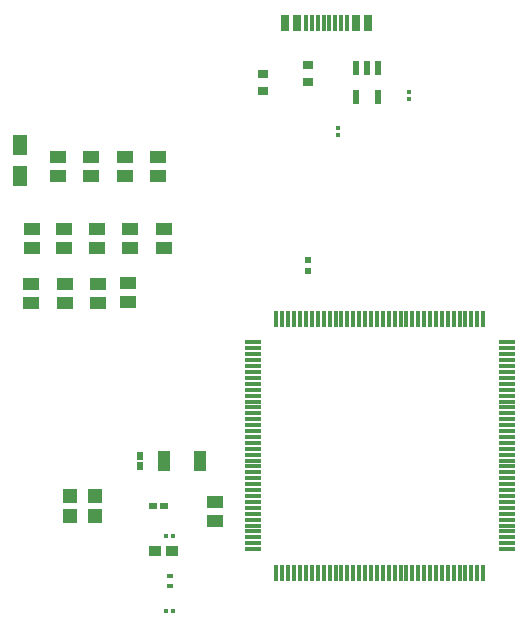
<source format=gbr>
%TF.GenerationSoftware,KiCad,Pcbnew,7.0.7*%
%TF.CreationDate,2023-10-17T17:05:39-05:00*%
%TF.ProjectId,IGVC-CBV1,49475643-2d43-4425-9631-2e6b69636164,rev?*%
%TF.SameCoordinates,Original*%
%TF.FileFunction,Paste,Top*%
%TF.FilePolarity,Positive*%
%FSLAX46Y46*%
G04 Gerber Fmt 4.6, Leading zero omitted, Abs format (unit mm)*
G04 Created by KiCad (PCBNEW 7.0.7) date 2023-10-17 17:05:39*
%MOMM*%
%LPD*%
G01*
G04 APERTURE LIST*
%ADD10R,0.500000X0.400000*%
%ADD11R,1.470000X1.020000*%
%ADD12R,0.600000X1.150000*%
%ADD13R,1.300000X1.300000*%
%ADD14R,1.230000X1.800000*%
%ADD15R,0.650000X0.620000*%
%ADD16R,0.380000X0.415000*%
%ADD17R,0.300000X1.400000*%
%ADD18R,0.800000X1.400000*%
%ADD19R,0.620000X0.650000*%
%ADD20R,0.415000X0.380000*%
%ADD21R,0.600000X0.490000*%
%ADD22R,1.475000X0.300000*%
%ADD23R,0.300000X1.475000*%
%ADD24R,1.005599X0.949998*%
%ADD25R,1.000000X1.800000*%
%ADD26R,0.900000X0.650000*%
G04 APERTURE END LIST*
D10*
%TO.C,FB1*%
X140729375Y-115659250D03*
X140729375Y-114859250D03*
%TD*%
D11*
%TO.C,C15*%
X144539375Y-108559250D03*
X144539375Y-110179250D03*
%TD*%
D12*
%TO.C,IC2*%
X158377375Y-71825250D03*
X157427375Y-71825250D03*
X156477375Y-71825250D03*
X156477375Y-74325250D03*
X158377375Y-74325250D03*
%TD*%
D11*
%TO.C,C13*%
X131839375Y-90113250D03*
X131839375Y-91733250D03*
%TD*%
%TO.C,C4*%
X136919375Y-80969250D03*
X136919375Y-79349250D03*
%TD*%
D13*
%TO.C,Y1*%
X134379375Y-108059250D03*
X132279375Y-108059250D03*
X132279375Y-109759250D03*
X134379375Y-109759250D03*
%TD*%
D14*
%TO.C,C1*%
X128029375Y-80969250D03*
X128029375Y-78349250D03*
%TD*%
D11*
%TO.C,C6*%
X129045375Y-87065250D03*
X129045375Y-85445250D03*
%TD*%
D15*
%TO.C,C19*%
X140221375Y-108909250D03*
X139341375Y-108909250D03*
%TD*%
D16*
%TO.C,C24*%
X161000000Y-74473250D03*
X161000000Y-73857250D03*
%TD*%
D11*
%TO.C,C9*%
X137391375Y-87065250D03*
X137391375Y-85445250D03*
%TD*%
D17*
%TO.C,J3*%
X155743375Y-68069250D03*
X154743375Y-68069250D03*
X153243375Y-68069250D03*
X152243375Y-68069250D03*
D18*
X150493375Y-68069250D03*
X151493375Y-68069250D03*
D17*
X152743375Y-68069250D03*
X153743375Y-68069250D03*
X154243375Y-68069250D03*
X155243375Y-68069250D03*
D18*
X156493375Y-68069250D03*
X157493375Y-68069250D03*
%TD*%
D11*
%TO.C,C14*%
X129009375Y-90113250D03*
X129009375Y-91733250D03*
%TD*%
D19*
%TO.C,C20*%
X138189375Y-104659250D03*
X138189375Y-105539250D03*
%TD*%
D20*
%TO.C,C17*%
X141037375Y-111449250D03*
X140421375Y-111449250D03*
%TD*%
D11*
%TO.C,C10*%
X140221375Y-87065250D03*
X140221375Y-85445250D03*
%TD*%
%TO.C,C7*%
X131731375Y-87065250D03*
X131731375Y-85445250D03*
%TD*%
%TO.C,C8*%
X134561375Y-87065250D03*
X134561375Y-85445250D03*
%TD*%
D20*
%TO.C,C18*%
X141037375Y-117799250D03*
X140421375Y-117799250D03*
%TD*%
D21*
%TO.C,R1*%
X152413375Y-88134250D03*
X152413375Y-89044250D03*
%TD*%
D22*
%TO.C,IC1*%
X147771375Y-95079250D03*
X147771375Y-95579250D03*
X147771375Y-96079250D03*
X147771375Y-96579250D03*
X147771375Y-97079250D03*
X147771375Y-97579250D03*
X147771375Y-98079250D03*
X147771375Y-98579250D03*
X147771375Y-99079250D03*
X147771375Y-99579250D03*
X147771375Y-100079250D03*
X147771375Y-100579250D03*
X147771375Y-101079250D03*
X147771375Y-101579250D03*
X147771375Y-102079250D03*
X147771375Y-102579250D03*
X147771375Y-103079250D03*
X147771375Y-103579250D03*
X147771375Y-104079250D03*
X147771375Y-104579250D03*
X147771375Y-105079250D03*
X147771375Y-105579250D03*
X147771375Y-106079250D03*
X147771375Y-106579250D03*
X147771375Y-107079250D03*
X147771375Y-107579250D03*
X147771375Y-108079250D03*
X147771375Y-108579250D03*
X147771375Y-109079250D03*
X147771375Y-109579250D03*
X147771375Y-110079250D03*
X147771375Y-110579250D03*
X147771375Y-111079250D03*
X147771375Y-111579250D03*
X147771375Y-112079250D03*
X147771375Y-112579250D03*
D23*
X149759375Y-114567250D03*
X150259375Y-114567250D03*
X150759375Y-114567250D03*
X151259375Y-114567250D03*
X151759375Y-114567250D03*
X152259375Y-114567250D03*
X152759375Y-114567250D03*
X153259375Y-114567250D03*
X153759375Y-114567250D03*
X154259375Y-114567250D03*
X154759375Y-114567250D03*
X155259375Y-114567250D03*
X155759375Y-114567250D03*
X156259375Y-114567250D03*
X156759375Y-114567250D03*
X157259375Y-114567250D03*
X157759375Y-114567250D03*
X158259375Y-114567250D03*
X158759375Y-114567250D03*
X159259375Y-114567250D03*
X159759375Y-114567250D03*
X160259375Y-114567250D03*
X160759375Y-114567250D03*
X161259375Y-114567250D03*
X161759375Y-114567250D03*
X162259375Y-114567250D03*
X162759375Y-114567250D03*
X163259375Y-114567250D03*
X163759375Y-114567250D03*
X164259375Y-114567250D03*
X164759375Y-114567250D03*
X165259375Y-114567250D03*
X165759375Y-114567250D03*
X166259375Y-114567250D03*
X166759375Y-114567250D03*
X167259375Y-114567250D03*
D22*
X169247375Y-112579250D03*
X169247375Y-112079250D03*
X169247375Y-111579250D03*
X169247375Y-111079250D03*
X169247375Y-110579250D03*
X169247375Y-110079250D03*
X169247375Y-109579250D03*
X169247375Y-109079250D03*
X169247375Y-108579250D03*
X169247375Y-108079250D03*
X169247375Y-107579250D03*
X169247375Y-107079250D03*
X169247375Y-106579250D03*
X169247375Y-106079250D03*
X169247375Y-105579250D03*
X169247375Y-105079250D03*
X169247375Y-104579250D03*
X169247375Y-104079250D03*
X169247375Y-103579250D03*
X169247375Y-103079250D03*
X169247375Y-102579250D03*
X169247375Y-102079250D03*
X169247375Y-101579250D03*
X169247375Y-101079250D03*
X169247375Y-100579250D03*
X169247375Y-100079250D03*
X169247375Y-99579250D03*
X169247375Y-99079250D03*
X169247375Y-98579250D03*
X169247375Y-98079250D03*
X169247375Y-97579250D03*
X169247375Y-97079250D03*
X169247375Y-96579250D03*
X169247375Y-96079250D03*
X169247375Y-95579250D03*
X169247375Y-95079250D03*
D23*
X167259375Y-93091250D03*
X166759375Y-93091250D03*
X166259375Y-93091250D03*
X165759375Y-93091250D03*
X165259375Y-93091250D03*
X164759375Y-93091250D03*
X164259375Y-93091250D03*
X163759375Y-93091250D03*
X163259375Y-93091250D03*
X162759375Y-93091250D03*
X162259375Y-93091250D03*
X161759375Y-93091250D03*
X161259375Y-93091250D03*
X160759375Y-93091250D03*
X160259375Y-93091250D03*
X159759375Y-93091250D03*
X159259375Y-93091250D03*
X158759375Y-93091250D03*
X158259375Y-93091250D03*
X157759375Y-93091250D03*
X157259375Y-93091250D03*
X156759375Y-93091250D03*
X156259375Y-93091250D03*
X155759375Y-93091250D03*
X155259375Y-93091250D03*
X154759375Y-93091250D03*
X154259375Y-93091250D03*
X153759375Y-93091250D03*
X153259375Y-93091250D03*
X152759375Y-93091250D03*
X152259375Y-93091250D03*
X151759375Y-93091250D03*
X151259375Y-93091250D03*
X150759375Y-93091250D03*
X150259375Y-93091250D03*
X149759375Y-93091250D03*
%TD*%
D11*
%TO.C,C3*%
X134089375Y-80969250D03*
X134089375Y-79349250D03*
%TD*%
D24*
%TO.C,C16*%
X140914973Y-112719250D03*
X139459375Y-112719250D03*
%TD*%
D25*
%TO.C,R3*%
X140269375Y-105099250D03*
X143269375Y-105099250D03*
%TD*%
D26*
%TO.C,R10*%
X148603375Y-72333250D03*
X148603375Y-73783250D03*
%TD*%
D16*
%TO.C,C23*%
X154953375Y-77521250D03*
X154953375Y-76905250D03*
%TD*%
D11*
%TO.C,C2*%
X131259375Y-80969250D03*
X131259375Y-79349250D03*
%TD*%
D26*
%TO.C,R9*%
X152413375Y-73058250D03*
X152413375Y-71608250D03*
%TD*%
D11*
%TO.C,C12*%
X134669375Y-90113250D03*
X134669375Y-91733250D03*
%TD*%
%TO.C,C11*%
X137173375Y-90017250D03*
X137173375Y-91637250D03*
%TD*%
%TO.C,C5*%
X139749375Y-80969250D03*
X139749375Y-79349250D03*
%TD*%
M02*

</source>
